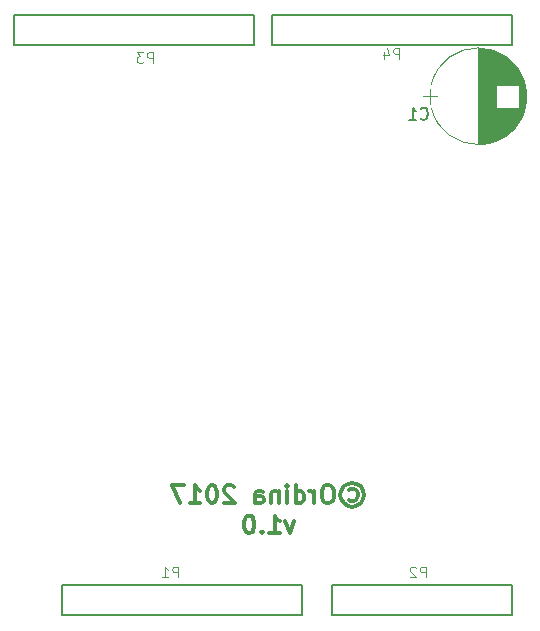
<source format=gbr>
G04 #@! TF.GenerationSoftware,KiCad,Pcbnew,(2017-02-16 revision ccbdb41)-makepkg*
G04 #@! TF.CreationDate,2017-02-23T14:10:58+01:00*
G04 #@! TF.ProjectId,Kicad,4B696361642E6B696361645F70636200,rev?*
G04 #@! TF.FileFunction,Legend,Bot*
G04 #@! TF.FilePolarity,Positive*
%FSLAX46Y46*%
G04 Gerber Fmt 4.6, Leading zero omitted, Abs format (unit mm)*
G04 Created by KiCad (PCBNEW (2017-02-16 revision ccbdb41)-makepkg) date 02/23/17 14:10:58*
%MOMM*%
%LPD*%
G01*
G04 APERTURE LIST*
%ADD10C,0.100000*%
%ADD11C,0.300000*%
%ADD12C,0.066040*%
%ADD13C,0.127000*%
%ADD14C,0.120000*%
%ADD15C,0.101600*%
%ADD16C,0.150000*%
G04 APERTURE END LIST*
D10*
D11*
X137595714Y-121323714D02*
X137738571Y-121252285D01*
X138024285Y-121252285D01*
X138167142Y-121323714D01*
X138310000Y-121466571D01*
X138381428Y-121609428D01*
X138381428Y-121895142D01*
X138310000Y-122038000D01*
X138167142Y-122180857D01*
X138024285Y-122252285D01*
X137738571Y-122252285D01*
X137595714Y-122180857D01*
X137881428Y-120752285D02*
X138238571Y-120823714D01*
X138595714Y-121038000D01*
X138810000Y-121395142D01*
X138881428Y-121752285D01*
X138810000Y-122109428D01*
X138595714Y-122466571D01*
X138238571Y-122680857D01*
X137881428Y-122752285D01*
X137524285Y-122680857D01*
X137167142Y-122466571D01*
X136952857Y-122109428D01*
X136881428Y-121752285D01*
X136952857Y-121395142D01*
X137167142Y-121038000D01*
X137524285Y-120823714D01*
X137881428Y-120752285D01*
X135952857Y-120966571D02*
X135667142Y-120966571D01*
X135524285Y-121038000D01*
X135381428Y-121180857D01*
X135310000Y-121466571D01*
X135310000Y-121966571D01*
X135381428Y-122252285D01*
X135524285Y-122395142D01*
X135667142Y-122466571D01*
X135952857Y-122466571D01*
X136095714Y-122395142D01*
X136238571Y-122252285D01*
X136310000Y-121966571D01*
X136310000Y-121466571D01*
X136238571Y-121180857D01*
X136095714Y-121038000D01*
X135952857Y-120966571D01*
X134667142Y-122466571D02*
X134667142Y-121466571D01*
X134667142Y-121752285D02*
X134595714Y-121609428D01*
X134524285Y-121538000D01*
X134381428Y-121466571D01*
X134238571Y-121466571D01*
X133095714Y-122466571D02*
X133095714Y-120966571D01*
X133095714Y-122395142D02*
X133238571Y-122466571D01*
X133524285Y-122466571D01*
X133667142Y-122395142D01*
X133738571Y-122323714D01*
X133810000Y-122180857D01*
X133810000Y-121752285D01*
X133738571Y-121609428D01*
X133667142Y-121538000D01*
X133524285Y-121466571D01*
X133238571Y-121466571D01*
X133095714Y-121538000D01*
X132381428Y-122466571D02*
X132381428Y-121466571D01*
X132381428Y-120966571D02*
X132452857Y-121038000D01*
X132381428Y-121109428D01*
X132310000Y-121038000D01*
X132381428Y-120966571D01*
X132381428Y-121109428D01*
X131667142Y-121466571D02*
X131667142Y-122466571D01*
X131667142Y-121609428D02*
X131595714Y-121538000D01*
X131452857Y-121466571D01*
X131238571Y-121466571D01*
X131095714Y-121538000D01*
X131024285Y-121680857D01*
X131024285Y-122466571D01*
X129667142Y-122466571D02*
X129667142Y-121680857D01*
X129738571Y-121538000D01*
X129881428Y-121466571D01*
X130167142Y-121466571D01*
X130310000Y-121538000D01*
X129667142Y-122395142D02*
X129810000Y-122466571D01*
X130167142Y-122466571D01*
X130310000Y-122395142D01*
X130381428Y-122252285D01*
X130381428Y-122109428D01*
X130310000Y-121966571D01*
X130167142Y-121895142D01*
X129810000Y-121895142D01*
X129667142Y-121823714D01*
X127881428Y-121109428D02*
X127810000Y-121038000D01*
X127667142Y-120966571D01*
X127310000Y-120966571D01*
X127167142Y-121038000D01*
X127095714Y-121109428D01*
X127024285Y-121252285D01*
X127024285Y-121395142D01*
X127095714Y-121609428D01*
X127952857Y-122466571D01*
X127024285Y-122466571D01*
X126095714Y-120966571D02*
X125952857Y-120966571D01*
X125810000Y-121038000D01*
X125738571Y-121109428D01*
X125667142Y-121252285D01*
X125595714Y-121538000D01*
X125595714Y-121895142D01*
X125667142Y-122180857D01*
X125738571Y-122323714D01*
X125810000Y-122395142D01*
X125952857Y-122466571D01*
X126095714Y-122466571D01*
X126238571Y-122395142D01*
X126310000Y-122323714D01*
X126381428Y-122180857D01*
X126452857Y-121895142D01*
X126452857Y-121538000D01*
X126381428Y-121252285D01*
X126310000Y-121109428D01*
X126238571Y-121038000D01*
X126095714Y-120966571D01*
X124167142Y-122466571D02*
X125024285Y-122466571D01*
X124595714Y-122466571D02*
X124595714Y-120966571D01*
X124738571Y-121180857D01*
X124881428Y-121323714D01*
X125024285Y-121395142D01*
X123667142Y-120966571D02*
X122667142Y-120966571D01*
X123310000Y-122466571D01*
X132952857Y-124016571D02*
X132595714Y-125016571D01*
X132238571Y-124016571D01*
X130881428Y-125016571D02*
X131738571Y-125016571D01*
X131310000Y-125016571D02*
X131310000Y-123516571D01*
X131452857Y-123730857D01*
X131595714Y-123873714D01*
X131738571Y-123945142D01*
X130238571Y-124873714D02*
X130167142Y-124945142D01*
X130238571Y-125016571D01*
X130310000Y-124945142D01*
X130238571Y-124873714D01*
X130238571Y-125016571D01*
X129238571Y-123516571D02*
X129095714Y-123516571D01*
X128952857Y-123588000D01*
X128881428Y-123659428D01*
X128810000Y-123802285D01*
X128738571Y-124088000D01*
X128738571Y-124445142D01*
X128810000Y-124730857D01*
X128881428Y-124873714D01*
X128952857Y-124945142D01*
X129095714Y-125016571D01*
X129238571Y-125016571D01*
X129381428Y-124945142D01*
X129452857Y-124873714D01*
X129524285Y-124730857D01*
X129595714Y-124445142D01*
X129595714Y-124088000D01*
X129524285Y-123802285D01*
X129452857Y-123659428D01*
X129381428Y-123588000D01*
X129238571Y-123516571D01*
D12*
X133604000Y-129413000D02*
X133604000Y-131953000D01*
X133604000Y-131953000D02*
X113284000Y-131953000D01*
X113284000Y-129413000D02*
X113284000Y-131953000D01*
X133604000Y-129413000D02*
X113284000Y-129413000D01*
D13*
X113284000Y-129413000D02*
X113284000Y-131953000D01*
X113284000Y-131953000D02*
X133604000Y-131953000D01*
X133604000Y-131953000D02*
X133604000Y-129413000D01*
X133604000Y-129413000D02*
X113284000Y-129413000D01*
D12*
X151384000Y-129413000D02*
X151384000Y-131953000D01*
X151384000Y-131953000D02*
X136144000Y-131953000D01*
X136144000Y-129413000D02*
X136144000Y-131953000D01*
X151384000Y-129413000D02*
X136144000Y-129413000D01*
D13*
X136144000Y-129413000D02*
X136144000Y-131953000D01*
X136144000Y-131953000D02*
X151384000Y-131953000D01*
X151384000Y-131953000D02*
X151384000Y-129413000D01*
X151384000Y-129413000D02*
X136144000Y-129413000D01*
D10*
X136144000Y-129413000D02*
X136144000Y-131953000D01*
X136144000Y-131953000D02*
X151384000Y-131953000D01*
X151384000Y-131953000D02*
X151384000Y-129413000D01*
X151384000Y-129413000D02*
X136144000Y-129413000D01*
D12*
X151384000Y-81153000D02*
X151384000Y-83693000D01*
X151384000Y-83693000D02*
X131064000Y-83693000D01*
X131064000Y-81153000D02*
X131064000Y-83693000D01*
X151384000Y-81153000D02*
X131064000Y-81153000D01*
D13*
X131064000Y-81153000D02*
X131064000Y-83693000D01*
X131064000Y-83693000D02*
X151384000Y-83693000D01*
X151384000Y-83693000D02*
X151384000Y-81153000D01*
X151384000Y-81153000D02*
X131064000Y-81153000D01*
D12*
X109220000Y-83693000D02*
X109220000Y-81153000D01*
X109220000Y-81153000D02*
X129540000Y-81153000D01*
X129540000Y-83693000D02*
X129540000Y-81153000D01*
X109220000Y-83693000D02*
X129540000Y-83693000D01*
D13*
X129540000Y-83693000D02*
X129540000Y-81153000D01*
X129540000Y-81153000D02*
X109220000Y-81153000D01*
X109220000Y-81153000D02*
X109220000Y-83693000D01*
X109220000Y-83693000D02*
X129540000Y-83693000D01*
D14*
X152521316Y-88989135D02*
G75*
G02X144579144Y-88991000I-3971316J978135D01*
G01*
X152521316Y-87032865D02*
G75*
G03X144579144Y-87031000I-3971316J-978135D01*
G01*
X152521316Y-87032865D02*
G75*
G02X152520856Y-88991000I-3971316J-978135D01*
G01*
X148550000Y-92061000D02*
X148550000Y-83961000D01*
X148590000Y-92061000D02*
X148590000Y-83961000D01*
X148630000Y-92061000D02*
X148630000Y-83961000D01*
X148670000Y-92060000D02*
X148670000Y-83962000D01*
X148710000Y-92058000D02*
X148710000Y-83964000D01*
X148750000Y-92057000D02*
X148750000Y-83965000D01*
X148790000Y-92054000D02*
X148790000Y-83968000D01*
X148830000Y-92052000D02*
X148830000Y-83970000D01*
X148870000Y-92049000D02*
X148870000Y-83973000D01*
X148910000Y-92046000D02*
X148910000Y-83976000D01*
X148950000Y-92042000D02*
X148950000Y-83980000D01*
X148990000Y-92038000D02*
X148990000Y-83984000D01*
X149030000Y-92033000D02*
X149030000Y-83989000D01*
X149070000Y-92028000D02*
X149070000Y-83994000D01*
X149110000Y-92023000D02*
X149110000Y-83999000D01*
X149150000Y-92017000D02*
X149150000Y-84005000D01*
X149190000Y-92011000D02*
X149190000Y-84011000D01*
X149230000Y-92005000D02*
X149230000Y-84017000D01*
X149271000Y-91998000D02*
X149271000Y-84024000D01*
X149311000Y-91990000D02*
X149311000Y-84032000D01*
X149351000Y-91982000D02*
X149351000Y-84040000D01*
X149391000Y-91974000D02*
X149391000Y-84048000D01*
X149431000Y-91966000D02*
X149431000Y-84056000D01*
X149471000Y-91957000D02*
X149471000Y-84065000D01*
X149511000Y-91947000D02*
X149511000Y-84075000D01*
X149551000Y-91937000D02*
X149551000Y-84085000D01*
X149591000Y-91927000D02*
X149591000Y-84095000D01*
X149631000Y-91916000D02*
X149631000Y-84106000D01*
X149671000Y-91905000D02*
X149671000Y-84117000D01*
X149711000Y-91894000D02*
X149711000Y-84128000D01*
X149751000Y-91881000D02*
X149751000Y-84141000D01*
X149791000Y-91869000D02*
X149791000Y-84153000D01*
X149831000Y-91856000D02*
X149831000Y-84166000D01*
X149871000Y-91843000D02*
X149871000Y-84179000D01*
X149911000Y-91829000D02*
X149911000Y-84193000D01*
X149951000Y-91814000D02*
X149951000Y-84208000D01*
X149991000Y-91800000D02*
X149991000Y-84222000D01*
X150031000Y-91784000D02*
X150031000Y-84238000D01*
X150071000Y-91769000D02*
X150071000Y-88991000D01*
X150071000Y-87031000D02*
X150071000Y-84253000D01*
X150111000Y-91752000D02*
X150111000Y-88991000D01*
X150111000Y-87031000D02*
X150111000Y-84270000D01*
X150151000Y-91736000D02*
X150151000Y-88991000D01*
X150151000Y-87031000D02*
X150151000Y-84286000D01*
X150191000Y-91718000D02*
X150191000Y-88991000D01*
X150191000Y-87031000D02*
X150191000Y-84304000D01*
X150231000Y-91701000D02*
X150231000Y-88991000D01*
X150231000Y-87031000D02*
X150231000Y-84321000D01*
X150271000Y-91682000D02*
X150271000Y-88991000D01*
X150271000Y-87031000D02*
X150271000Y-84340000D01*
X150311000Y-91663000D02*
X150311000Y-88991000D01*
X150311000Y-87031000D02*
X150311000Y-84359000D01*
X150351000Y-91644000D02*
X150351000Y-88991000D01*
X150351000Y-87031000D02*
X150351000Y-84378000D01*
X150391000Y-91624000D02*
X150391000Y-88991000D01*
X150391000Y-87031000D02*
X150391000Y-84398000D01*
X150431000Y-91604000D02*
X150431000Y-88991000D01*
X150431000Y-87031000D02*
X150431000Y-84418000D01*
X150471000Y-91583000D02*
X150471000Y-88991000D01*
X150471000Y-87031000D02*
X150471000Y-84439000D01*
X150511000Y-91561000D02*
X150511000Y-88991000D01*
X150511000Y-87031000D02*
X150511000Y-84461000D01*
X150551000Y-91539000D02*
X150551000Y-88991000D01*
X150551000Y-87031000D02*
X150551000Y-84483000D01*
X150591000Y-91516000D02*
X150591000Y-88991000D01*
X150591000Y-87031000D02*
X150591000Y-84506000D01*
X150631000Y-91493000D02*
X150631000Y-88991000D01*
X150631000Y-87031000D02*
X150631000Y-84529000D01*
X150671000Y-91469000D02*
X150671000Y-88991000D01*
X150671000Y-87031000D02*
X150671000Y-84553000D01*
X150711000Y-91445000D02*
X150711000Y-88991000D01*
X150711000Y-87031000D02*
X150711000Y-84577000D01*
X150751000Y-91419000D02*
X150751000Y-88991000D01*
X150751000Y-87031000D02*
X150751000Y-84603000D01*
X150791000Y-91394000D02*
X150791000Y-88991000D01*
X150791000Y-87031000D02*
X150791000Y-84628000D01*
X150831000Y-91367000D02*
X150831000Y-88991000D01*
X150831000Y-87031000D02*
X150831000Y-84655000D01*
X150871000Y-91340000D02*
X150871000Y-88991000D01*
X150871000Y-87031000D02*
X150871000Y-84682000D01*
X150911000Y-91312000D02*
X150911000Y-88991000D01*
X150911000Y-87031000D02*
X150911000Y-84710000D01*
X150951000Y-91283000D02*
X150951000Y-88991000D01*
X150951000Y-87031000D02*
X150951000Y-84739000D01*
X150991000Y-91254000D02*
X150991000Y-88991000D01*
X150991000Y-87031000D02*
X150991000Y-84768000D01*
X151031000Y-91224000D02*
X151031000Y-88991000D01*
X151031000Y-87031000D02*
X151031000Y-84798000D01*
X151071000Y-91193000D02*
X151071000Y-88991000D01*
X151071000Y-87031000D02*
X151071000Y-84829000D01*
X151111000Y-91161000D02*
X151111000Y-88991000D01*
X151111000Y-87031000D02*
X151111000Y-84861000D01*
X151151000Y-91129000D02*
X151151000Y-88991000D01*
X151151000Y-87031000D02*
X151151000Y-84893000D01*
X151191000Y-91095000D02*
X151191000Y-88991000D01*
X151191000Y-87031000D02*
X151191000Y-84927000D01*
X151231000Y-91061000D02*
X151231000Y-88991000D01*
X151231000Y-87031000D02*
X151231000Y-84961000D01*
X151271000Y-91026000D02*
X151271000Y-88991000D01*
X151271000Y-87031000D02*
X151271000Y-84996000D01*
X151311000Y-90990000D02*
X151311000Y-88991000D01*
X151311000Y-87031000D02*
X151311000Y-85032000D01*
X151351000Y-90953000D02*
X151351000Y-88991000D01*
X151351000Y-87031000D02*
X151351000Y-85069000D01*
X151391000Y-90915000D02*
X151391000Y-88991000D01*
X151391000Y-87031000D02*
X151391000Y-85107000D01*
X151431000Y-90876000D02*
X151431000Y-88991000D01*
X151431000Y-87031000D02*
X151431000Y-85146000D01*
X151471000Y-90835000D02*
X151471000Y-88991000D01*
X151471000Y-87031000D02*
X151471000Y-85187000D01*
X151511000Y-90794000D02*
X151511000Y-88991000D01*
X151511000Y-87031000D02*
X151511000Y-85228000D01*
X151551000Y-90751000D02*
X151551000Y-88991000D01*
X151551000Y-87031000D02*
X151551000Y-85271000D01*
X151591000Y-90708000D02*
X151591000Y-88991000D01*
X151591000Y-87031000D02*
X151591000Y-85314000D01*
X151631000Y-90663000D02*
X151631000Y-88991000D01*
X151631000Y-87031000D02*
X151631000Y-85359000D01*
X151671000Y-90616000D02*
X151671000Y-88991000D01*
X151671000Y-87031000D02*
X151671000Y-85406000D01*
X151711000Y-90568000D02*
X151711000Y-88991000D01*
X151711000Y-87031000D02*
X151711000Y-85454000D01*
X151751000Y-90519000D02*
X151751000Y-88991000D01*
X151751000Y-87031000D02*
X151751000Y-85503000D01*
X151791000Y-90468000D02*
X151791000Y-88991000D01*
X151791000Y-87031000D02*
X151791000Y-85554000D01*
X151831000Y-90415000D02*
X151831000Y-88991000D01*
X151831000Y-87031000D02*
X151831000Y-85607000D01*
X151871000Y-90360000D02*
X151871000Y-88991000D01*
X151871000Y-87031000D02*
X151871000Y-85662000D01*
X151911000Y-90304000D02*
X151911000Y-88991000D01*
X151911000Y-87031000D02*
X151911000Y-85718000D01*
X151951000Y-90245000D02*
X151951000Y-88991000D01*
X151951000Y-87031000D02*
X151951000Y-85777000D01*
X151991000Y-90184000D02*
X151991000Y-88991000D01*
X151991000Y-87031000D02*
X151991000Y-85838000D01*
X152031000Y-90120000D02*
X152031000Y-85902000D01*
X152071000Y-90054000D02*
X152071000Y-85968000D01*
X152111000Y-89985000D02*
X152111000Y-86037000D01*
X152151000Y-89913000D02*
X152151000Y-86109000D01*
X152191000Y-89837000D02*
X152191000Y-86185000D01*
X152231000Y-89756000D02*
X152231000Y-86266000D01*
X152271000Y-89671000D02*
X152271000Y-86351000D01*
X152311000Y-89581000D02*
X152311000Y-86441000D01*
X152351000Y-89484000D02*
X152351000Y-86538000D01*
X152391000Y-89380000D02*
X152391000Y-86642000D01*
X152431000Y-89265000D02*
X152431000Y-86757000D01*
X152471000Y-89138000D02*
X152471000Y-86884000D01*
X152511000Y-88994000D02*
X152511000Y-87028000D01*
X152551000Y-88825000D02*
X152551000Y-87197000D01*
X152591000Y-88609000D02*
X152591000Y-87413000D01*
X152631000Y-88257000D02*
X152631000Y-87765000D01*
X143850000Y-88011000D02*
X145050000Y-88011000D01*
X144450000Y-88661000D02*
X144450000Y-87361000D01*
D15*
X123147666Y-128735666D02*
X123147666Y-127846666D01*
X122809000Y-127846666D01*
X122724333Y-127889000D01*
X122682000Y-127931333D01*
X122639666Y-128016000D01*
X122639666Y-128143000D01*
X122682000Y-128227666D01*
X122724333Y-128270000D01*
X122809000Y-128312333D01*
X123147666Y-128312333D01*
X121793000Y-128735666D02*
X122301000Y-128735666D01*
X122047000Y-128735666D02*
X122047000Y-127846666D01*
X122131666Y-127973666D01*
X122216333Y-128058333D01*
X122301000Y-128100666D01*
X144102666Y-128735666D02*
X144102666Y-127846666D01*
X143764000Y-127846666D01*
X143679333Y-127889000D01*
X143637000Y-127931333D01*
X143594666Y-128016000D01*
X143594666Y-128143000D01*
X143637000Y-128227666D01*
X143679333Y-128270000D01*
X143764000Y-128312333D01*
X144102666Y-128312333D01*
X143256000Y-127931333D02*
X143213666Y-127889000D01*
X143129000Y-127846666D01*
X142917333Y-127846666D01*
X142832666Y-127889000D01*
X142790333Y-127931333D01*
X142748000Y-128016000D01*
X142748000Y-128100666D01*
X142790333Y-128227666D01*
X143298333Y-128735666D01*
X142748000Y-128735666D01*
X141880166Y-84857166D02*
X141880166Y-83968166D01*
X141541500Y-83968166D01*
X141456833Y-84010500D01*
X141414500Y-84052833D01*
X141372166Y-84137500D01*
X141372166Y-84264500D01*
X141414500Y-84349166D01*
X141456833Y-84391500D01*
X141541500Y-84433833D01*
X141880166Y-84433833D01*
X140610166Y-84264500D02*
X140610166Y-84857166D01*
X140821833Y-83925833D02*
X141033500Y-84560833D01*
X140483166Y-84560833D01*
X120988666Y-85174666D02*
X120988666Y-84285666D01*
X120650000Y-84285666D01*
X120565333Y-84328000D01*
X120523000Y-84370333D01*
X120480666Y-84455000D01*
X120480666Y-84582000D01*
X120523000Y-84666666D01*
X120565333Y-84709000D01*
X120650000Y-84751333D01*
X120988666Y-84751333D01*
X120184333Y-84285666D02*
X119634000Y-84285666D01*
X119930333Y-84624333D01*
X119803333Y-84624333D01*
X119718666Y-84666666D01*
X119676333Y-84709000D01*
X119634000Y-84793666D01*
X119634000Y-85005333D01*
X119676333Y-85090000D01*
X119718666Y-85132333D01*
X119803333Y-85174666D01*
X120057333Y-85174666D01*
X120142000Y-85132333D01*
X120184333Y-85090000D01*
D16*
X143676666Y-89892142D02*
X143724285Y-89939761D01*
X143867142Y-89987380D01*
X143962380Y-89987380D01*
X144105238Y-89939761D01*
X144200476Y-89844523D01*
X144248095Y-89749285D01*
X144295714Y-89558809D01*
X144295714Y-89415952D01*
X144248095Y-89225476D01*
X144200476Y-89130238D01*
X144105238Y-89035000D01*
X143962380Y-88987380D01*
X143867142Y-88987380D01*
X143724285Y-89035000D01*
X143676666Y-89082619D01*
X142724285Y-89987380D02*
X143295714Y-89987380D01*
X143010000Y-89987380D02*
X143010000Y-88987380D01*
X143105238Y-89130238D01*
X143200476Y-89225476D01*
X143295714Y-89273095D01*
M02*

</source>
